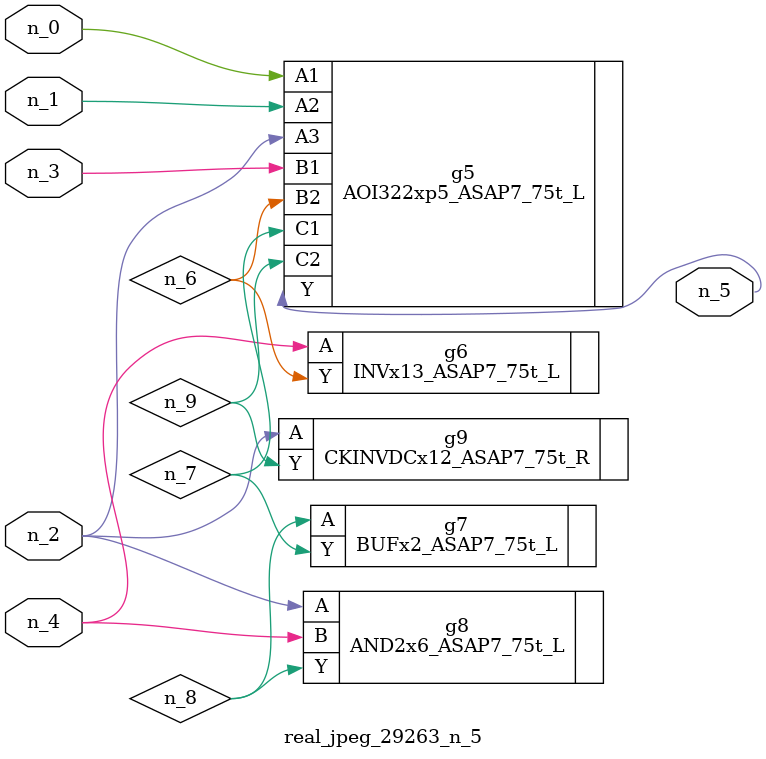
<source format=v>
module real_jpeg_29263_n_5 (n_4, n_0, n_1, n_2, n_3, n_5);

input n_4;
input n_0;
input n_1;
input n_2;
input n_3;

output n_5;

wire n_8;
wire n_6;
wire n_7;
wire n_9;

AOI322xp5_ASAP7_75t_L g5 ( 
.A1(n_0),
.A2(n_1),
.A3(n_2),
.B1(n_3),
.B2(n_6),
.C1(n_7),
.C2(n_9),
.Y(n_5)
);

AND2x6_ASAP7_75t_L g8 ( 
.A(n_2),
.B(n_4),
.Y(n_8)
);

CKINVDCx12_ASAP7_75t_R g9 ( 
.A(n_2),
.Y(n_9)
);

INVx13_ASAP7_75t_L g6 ( 
.A(n_4),
.Y(n_6)
);

BUFx2_ASAP7_75t_L g7 ( 
.A(n_8),
.Y(n_7)
);


endmodule
</source>
